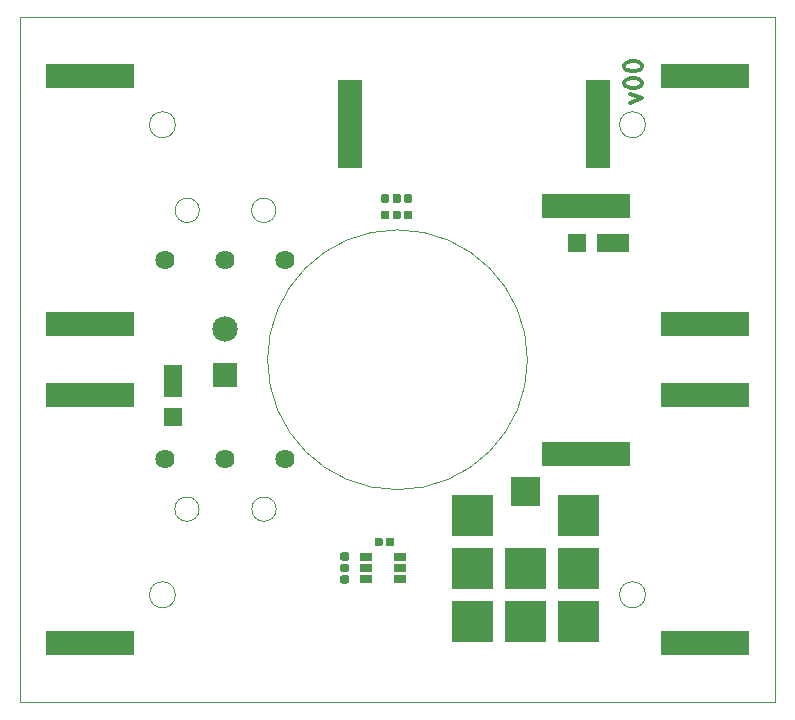
<source format=gbr>
%TF.GenerationSoftware,KiCad,Pcbnew,(5.1.4)-1*%
%TF.CreationDate,2019-10-25T20:54:23-07:00*%
%TF.ProjectId,solarpcd,736f6c61-7270-4636-942e-6b696361645f,rev?*%
%TF.SameCoordinates,Original*%
%TF.FileFunction,Soldermask,Top*%
%TF.FilePolarity,Negative*%
%FSLAX46Y46*%
G04 Gerber Fmt 4.6, Leading zero omitted, Abs format (unit mm)*
G04 Created by KiCad (PCBNEW (5.1.4)-1) date 2019-10-25 20:54:23*
%MOMM*%
%LPD*%
G04 APERTURE LIST*
%ADD10C,0.050000*%
%ADD11C,0.120000*%
%ADD12C,0.100000*%
%ADD13C,0.300000*%
%ADD14C,0.691600*%
%ADD15C,1.625600*%
%ADD16C,2.159000*%
%ADD17R,2.159000X2.159000*%
%ADD18R,1.001600X0.801600*%
%ADD19R,3.301600X3.301600*%
%ADD20R,2.301600X2.301600*%
%ADD21R,7.501600X2.101600*%
%ADD22R,2.101600X7.501600*%
%ADD23R,1.501600X2.801600*%
%ADD24R,1.501600X1.501600*%
%ADD25R,2.801600X1.501600*%
G04 APERTURE END LIST*
D10*
X156000000Y-99000000D02*
G75*
G03X156000000Y-99000000I-11000000J0D01*
G01*
X134727563Y-111650000D02*
G75*
G03X134727563Y-111650000I-1029563J0D01*
G01*
X128202563Y-111650000D02*
G75*
G03X128202563Y-111650000I-1029563J0D01*
G01*
X134704563Y-86350000D02*
G75*
G03X134704563Y-86350000I-1029563J0D01*
G01*
X128229563Y-86350000D02*
G75*
G03X128229563Y-86350000I-1029563J0D01*
G01*
X166000000Y-79100000D02*
G75*
G03X166000000Y-79100000I-1100000J0D01*
G01*
X126200000Y-79100000D02*
G75*
G03X126200000Y-79100000I-1100000J0D01*
G01*
X166000000Y-118900000D02*
G75*
G03X166000000Y-118900000I-1100000J0D01*
G01*
D11*
X126200000Y-118900000D02*
G75*
G03X126200000Y-118900000I-1100000J0D01*
G01*
D12*
X177000000Y-70000000D02*
X113000000Y-70000000D01*
X113000000Y-128000000D02*
X177000000Y-128000000D01*
X177000000Y-128000000D02*
X177000000Y-70000000D01*
X113000000Y-70000000D02*
X113000000Y-128000000D01*
D13*
X164715071Y-77223714D02*
X165715071Y-76866571D01*
X164715071Y-76509428D01*
X164215071Y-75652285D02*
X164215071Y-75509428D01*
X164286500Y-75366571D01*
X164357928Y-75295142D01*
X164500785Y-75223714D01*
X164786500Y-75152285D01*
X165143642Y-75152285D01*
X165429357Y-75223714D01*
X165572214Y-75295142D01*
X165643642Y-75366571D01*
X165715071Y-75509428D01*
X165715071Y-75652285D01*
X165643642Y-75795142D01*
X165572214Y-75866571D01*
X165429357Y-75938000D01*
X165143642Y-76009428D01*
X164786500Y-76009428D01*
X164500785Y-75938000D01*
X164357928Y-75866571D01*
X164286500Y-75795142D01*
X164215071Y-75652285D01*
X164215071Y-74223714D02*
X164215071Y-74080857D01*
X164286500Y-73938000D01*
X164357928Y-73866571D01*
X164500785Y-73795142D01*
X164786500Y-73723714D01*
X165143642Y-73723714D01*
X165429357Y-73795142D01*
X165572214Y-73866571D01*
X165643642Y-73938000D01*
X165715071Y-74080857D01*
X165715071Y-74223714D01*
X165643642Y-74366571D01*
X165572214Y-74438000D01*
X165429357Y-74509428D01*
X165143642Y-74580857D01*
X164786500Y-74580857D01*
X164500785Y-74509428D01*
X164357928Y-74438000D01*
X164286500Y-74366571D01*
X164215071Y-74223714D01*
D12*
G36*
X156996000Y-111330000D02*
G01*
X156996000Y-108930000D01*
X154596000Y-108930000D01*
X154596000Y-111330000D01*
X156996000Y-111330000D01*
G37*
X156996000Y-111330000D02*
X156996000Y-108930000D01*
X154596000Y-108930000D01*
X154596000Y-111330000D01*
X156996000Y-111330000D01*
G36*
X161996000Y-113830000D02*
G01*
X161996000Y-110430000D01*
X158596000Y-110430000D01*
X158596000Y-113830000D01*
X161996000Y-113830000D01*
G37*
X161996000Y-113830000D02*
X161996000Y-110430000D01*
X158596000Y-110430000D01*
X158596000Y-113830000D01*
X161996000Y-113830000D01*
G36*
X152996000Y-113830000D02*
G01*
X152996000Y-110430000D01*
X149596000Y-110430000D01*
X149596000Y-113830000D01*
X152996000Y-113830000D01*
G37*
X152996000Y-113830000D02*
X152996000Y-110430000D01*
X149596000Y-110430000D01*
X149596000Y-113830000D01*
X152996000Y-113830000D01*
G36*
X152996000Y-118330000D02*
G01*
X152996000Y-114930000D01*
X149596000Y-114930000D01*
X149596000Y-118330000D01*
X152996000Y-118330000D01*
G37*
X152996000Y-118330000D02*
X152996000Y-114930000D01*
X149596000Y-114930000D01*
X149596000Y-118330000D01*
X152996000Y-118330000D01*
G36*
X161996000Y-118330000D02*
G01*
X161996000Y-114930000D01*
X158596000Y-114930000D01*
X158596000Y-118330000D01*
X161996000Y-118330000D01*
G37*
X161996000Y-118330000D02*
X161996000Y-114930000D01*
X158596000Y-114930000D01*
X158596000Y-118330000D01*
X161996000Y-118330000D01*
G36*
X152996000Y-122830000D02*
G01*
X152996000Y-119430000D01*
X149596000Y-119430000D01*
X149596000Y-122830000D01*
X152996000Y-122830000D01*
G37*
X152996000Y-122830000D02*
X152996000Y-119430000D01*
X149596000Y-119430000D01*
X149596000Y-122830000D01*
X152996000Y-122830000D01*
G36*
X157496000Y-122830000D02*
G01*
X157496000Y-119430000D01*
X154096000Y-119430000D01*
X154096000Y-122830000D01*
X157496000Y-122830000D01*
G37*
X157496000Y-122830000D02*
X157496000Y-119430000D01*
X154096000Y-119430000D01*
X154096000Y-122830000D01*
X157496000Y-122830000D01*
G36*
X161996000Y-122830000D02*
G01*
X161996000Y-119430000D01*
X158596000Y-119430000D01*
X158596000Y-122830000D01*
X161996000Y-122830000D01*
G37*
X161996000Y-122830000D02*
X161996000Y-119430000D01*
X158596000Y-119430000D01*
X158596000Y-122830000D01*
X161996000Y-122830000D01*
G36*
X157496000Y-118330000D02*
G01*
X157496000Y-114930000D01*
X154096000Y-114930000D01*
X154096000Y-118330000D01*
X157496000Y-118330000D01*
G37*
X157496000Y-118330000D02*
X157496000Y-114930000D01*
X154096000Y-114930000D01*
X154096000Y-118330000D01*
X157496000Y-118330000D01*
G36*
X143595847Y-114057033D02*
G01*
X143612631Y-114059522D01*
X143629090Y-114063645D01*
X143645066Y-114069361D01*
X143660404Y-114076616D01*
X143674958Y-114085339D01*
X143688587Y-114095446D01*
X143701159Y-114106841D01*
X143712554Y-114119413D01*
X143722661Y-114133042D01*
X143731384Y-114147596D01*
X143738639Y-114162934D01*
X143744355Y-114178910D01*
X143748478Y-114195369D01*
X143750967Y-114212153D01*
X143751800Y-114229100D01*
X143751800Y-114624900D01*
X143750967Y-114641847D01*
X143748478Y-114658631D01*
X143744355Y-114675090D01*
X143738639Y-114691066D01*
X143731384Y-114706404D01*
X143722661Y-114720958D01*
X143712554Y-114734587D01*
X143701159Y-114747159D01*
X143688587Y-114758554D01*
X143674958Y-114768661D01*
X143660404Y-114777384D01*
X143645066Y-114784639D01*
X143629090Y-114790355D01*
X143612631Y-114794478D01*
X143595847Y-114796967D01*
X143578900Y-114797800D01*
X143233100Y-114797800D01*
X143216153Y-114796967D01*
X143199369Y-114794478D01*
X143182910Y-114790355D01*
X143166934Y-114784639D01*
X143151596Y-114777384D01*
X143137042Y-114768661D01*
X143123413Y-114758554D01*
X143110841Y-114747159D01*
X143099446Y-114734587D01*
X143089339Y-114720958D01*
X143080616Y-114706404D01*
X143073361Y-114691066D01*
X143067645Y-114675090D01*
X143063522Y-114658631D01*
X143061033Y-114641847D01*
X143060200Y-114624900D01*
X143060200Y-114229100D01*
X143061033Y-114212153D01*
X143063522Y-114195369D01*
X143067645Y-114178910D01*
X143073361Y-114162934D01*
X143080616Y-114147596D01*
X143089339Y-114133042D01*
X143099446Y-114119413D01*
X143110841Y-114106841D01*
X143123413Y-114095446D01*
X143137042Y-114085339D01*
X143151596Y-114076616D01*
X143166934Y-114069361D01*
X143182910Y-114063645D01*
X143199369Y-114059522D01*
X143216153Y-114057033D01*
X143233100Y-114056200D01*
X143578900Y-114056200D01*
X143595847Y-114057033D01*
X143595847Y-114057033D01*
G37*
D14*
X143406000Y-114427000D03*
D12*
G36*
X144565847Y-114057033D02*
G01*
X144582631Y-114059522D01*
X144599090Y-114063645D01*
X144615066Y-114069361D01*
X144630404Y-114076616D01*
X144644958Y-114085339D01*
X144658587Y-114095446D01*
X144671159Y-114106841D01*
X144682554Y-114119413D01*
X144692661Y-114133042D01*
X144701384Y-114147596D01*
X144708639Y-114162934D01*
X144714355Y-114178910D01*
X144718478Y-114195369D01*
X144720967Y-114212153D01*
X144721800Y-114229100D01*
X144721800Y-114624900D01*
X144720967Y-114641847D01*
X144718478Y-114658631D01*
X144714355Y-114675090D01*
X144708639Y-114691066D01*
X144701384Y-114706404D01*
X144692661Y-114720958D01*
X144682554Y-114734587D01*
X144671159Y-114747159D01*
X144658587Y-114758554D01*
X144644958Y-114768661D01*
X144630404Y-114777384D01*
X144615066Y-114784639D01*
X144599090Y-114790355D01*
X144582631Y-114794478D01*
X144565847Y-114796967D01*
X144548900Y-114797800D01*
X144203100Y-114797800D01*
X144186153Y-114796967D01*
X144169369Y-114794478D01*
X144152910Y-114790355D01*
X144136934Y-114784639D01*
X144121596Y-114777384D01*
X144107042Y-114768661D01*
X144093413Y-114758554D01*
X144080841Y-114747159D01*
X144069446Y-114734587D01*
X144059339Y-114720958D01*
X144050616Y-114706404D01*
X144043361Y-114691066D01*
X144037645Y-114675090D01*
X144033522Y-114658631D01*
X144031033Y-114641847D01*
X144030200Y-114624900D01*
X144030200Y-114229100D01*
X144031033Y-114212153D01*
X144033522Y-114195369D01*
X144037645Y-114178910D01*
X144043361Y-114162934D01*
X144050616Y-114147596D01*
X144059339Y-114133042D01*
X144069446Y-114119413D01*
X144080841Y-114106841D01*
X144093413Y-114095446D01*
X144107042Y-114085339D01*
X144121596Y-114076616D01*
X144136934Y-114069361D01*
X144152910Y-114063645D01*
X144169369Y-114059522D01*
X144186153Y-114057033D01*
X144203100Y-114056200D01*
X144548900Y-114056200D01*
X144565847Y-114057033D01*
X144565847Y-114057033D01*
G37*
D14*
X144376000Y-114427000D03*
D15*
X135509000Y-107442000D03*
X130429000Y-107442000D03*
X125349000Y-107442000D03*
X125349000Y-90551000D03*
X130429000Y-90551000D03*
X135509000Y-90551000D03*
D16*
X130429000Y-96398200D03*
D17*
X130429000Y-100253800D03*
D18*
X142314000Y-115699500D03*
X142314000Y-116649500D03*
X142314000Y-117599500D03*
X145214000Y-117599500D03*
X145214000Y-116649500D03*
X145214000Y-115699500D03*
D19*
X151296000Y-112130000D03*
D20*
X155796000Y-110130000D03*
D19*
X160296000Y-112130000D03*
X151296000Y-116630000D03*
X155796000Y-116630000D03*
X160296000Y-116630000D03*
X151296000Y-121130000D03*
X155796000Y-121130000D03*
X160296000Y-121130000D03*
D21*
X119000000Y-96000000D03*
X119000000Y-75000000D03*
X171000000Y-102000000D03*
X171000000Y-123000000D03*
D22*
X162000000Y-79000000D03*
X141000000Y-79000000D03*
D21*
X161000000Y-107000000D03*
X161000000Y-86000000D03*
X119000000Y-102000000D03*
X119000000Y-123000000D03*
X171000000Y-96000000D03*
X171000000Y-75000000D03*
D23*
X126000000Y-100800000D03*
D24*
X126000000Y-103850000D03*
D25*
X163252000Y-89154000D03*
D24*
X160202000Y-89154000D03*
D12*
G36*
X145119847Y-84974033D02*
G01*
X145136631Y-84976522D01*
X145153090Y-84980645D01*
X145169066Y-84986361D01*
X145184404Y-84993616D01*
X145198958Y-85002339D01*
X145212587Y-85012446D01*
X145225159Y-85023841D01*
X145236554Y-85036413D01*
X145246661Y-85050042D01*
X145255384Y-85064596D01*
X145262639Y-85079934D01*
X145268355Y-85095910D01*
X145272478Y-85112369D01*
X145274967Y-85129153D01*
X145275800Y-85146100D01*
X145275800Y-85541900D01*
X145274967Y-85558847D01*
X145272478Y-85575631D01*
X145268355Y-85592090D01*
X145262639Y-85608066D01*
X145255384Y-85623404D01*
X145246661Y-85637958D01*
X145236554Y-85651587D01*
X145225159Y-85664159D01*
X145212587Y-85675554D01*
X145198958Y-85685661D01*
X145184404Y-85694384D01*
X145169066Y-85701639D01*
X145153090Y-85707355D01*
X145136631Y-85711478D01*
X145119847Y-85713967D01*
X145102900Y-85714800D01*
X144757100Y-85714800D01*
X144740153Y-85713967D01*
X144723369Y-85711478D01*
X144706910Y-85707355D01*
X144690934Y-85701639D01*
X144675596Y-85694384D01*
X144661042Y-85685661D01*
X144647413Y-85675554D01*
X144634841Y-85664159D01*
X144623446Y-85651587D01*
X144613339Y-85637958D01*
X144604616Y-85623404D01*
X144597361Y-85608066D01*
X144591645Y-85592090D01*
X144587522Y-85575631D01*
X144585033Y-85558847D01*
X144584200Y-85541900D01*
X144584200Y-85146100D01*
X144585033Y-85129153D01*
X144587522Y-85112369D01*
X144591645Y-85095910D01*
X144597361Y-85079934D01*
X144604616Y-85064596D01*
X144613339Y-85050042D01*
X144623446Y-85036413D01*
X144634841Y-85023841D01*
X144647413Y-85012446D01*
X144661042Y-85002339D01*
X144675596Y-84993616D01*
X144690934Y-84986361D01*
X144706910Y-84980645D01*
X144723369Y-84976522D01*
X144740153Y-84974033D01*
X144757100Y-84973200D01*
X145102900Y-84973200D01*
X145119847Y-84974033D01*
X145119847Y-84974033D01*
G37*
D14*
X144930000Y-85344000D03*
D12*
G36*
X146089847Y-84974033D02*
G01*
X146106631Y-84976522D01*
X146123090Y-84980645D01*
X146139066Y-84986361D01*
X146154404Y-84993616D01*
X146168958Y-85002339D01*
X146182587Y-85012446D01*
X146195159Y-85023841D01*
X146206554Y-85036413D01*
X146216661Y-85050042D01*
X146225384Y-85064596D01*
X146232639Y-85079934D01*
X146238355Y-85095910D01*
X146242478Y-85112369D01*
X146244967Y-85129153D01*
X146245800Y-85146100D01*
X146245800Y-85541900D01*
X146244967Y-85558847D01*
X146242478Y-85575631D01*
X146238355Y-85592090D01*
X146232639Y-85608066D01*
X146225384Y-85623404D01*
X146216661Y-85637958D01*
X146206554Y-85651587D01*
X146195159Y-85664159D01*
X146182587Y-85675554D01*
X146168958Y-85685661D01*
X146154404Y-85694384D01*
X146139066Y-85701639D01*
X146123090Y-85707355D01*
X146106631Y-85711478D01*
X146089847Y-85713967D01*
X146072900Y-85714800D01*
X145727100Y-85714800D01*
X145710153Y-85713967D01*
X145693369Y-85711478D01*
X145676910Y-85707355D01*
X145660934Y-85701639D01*
X145645596Y-85694384D01*
X145631042Y-85685661D01*
X145617413Y-85675554D01*
X145604841Y-85664159D01*
X145593446Y-85651587D01*
X145583339Y-85637958D01*
X145574616Y-85623404D01*
X145567361Y-85608066D01*
X145561645Y-85592090D01*
X145557522Y-85575631D01*
X145555033Y-85558847D01*
X145554200Y-85541900D01*
X145554200Y-85146100D01*
X145555033Y-85129153D01*
X145557522Y-85112369D01*
X145561645Y-85095910D01*
X145567361Y-85079934D01*
X145574616Y-85064596D01*
X145583339Y-85050042D01*
X145593446Y-85036413D01*
X145604841Y-85023841D01*
X145617413Y-85012446D01*
X145631042Y-85002339D01*
X145645596Y-84993616D01*
X145660934Y-84986361D01*
X145676910Y-84980645D01*
X145693369Y-84976522D01*
X145710153Y-84974033D01*
X145727100Y-84973200D01*
X146072900Y-84973200D01*
X146089847Y-84974033D01*
X146089847Y-84974033D01*
G37*
D14*
X145900000Y-85344000D03*
D12*
G36*
X144149567Y-84974033D02*
G01*
X144166351Y-84976522D01*
X144182810Y-84980645D01*
X144198786Y-84986361D01*
X144214124Y-84993616D01*
X144228678Y-85002339D01*
X144242307Y-85012446D01*
X144254879Y-85023841D01*
X144266274Y-85036413D01*
X144276381Y-85050042D01*
X144285104Y-85064596D01*
X144292359Y-85079934D01*
X144298075Y-85095910D01*
X144302198Y-85112369D01*
X144304687Y-85129153D01*
X144305520Y-85146100D01*
X144305520Y-85541900D01*
X144304687Y-85558847D01*
X144302198Y-85575631D01*
X144298075Y-85592090D01*
X144292359Y-85608066D01*
X144285104Y-85623404D01*
X144276381Y-85637958D01*
X144266274Y-85651587D01*
X144254879Y-85664159D01*
X144242307Y-85675554D01*
X144228678Y-85685661D01*
X144214124Y-85694384D01*
X144198786Y-85701639D01*
X144182810Y-85707355D01*
X144166351Y-85711478D01*
X144149567Y-85713967D01*
X144132620Y-85714800D01*
X143786820Y-85714800D01*
X143769873Y-85713967D01*
X143753089Y-85711478D01*
X143736630Y-85707355D01*
X143720654Y-85701639D01*
X143705316Y-85694384D01*
X143690762Y-85685661D01*
X143677133Y-85675554D01*
X143664561Y-85664159D01*
X143653166Y-85651587D01*
X143643059Y-85637958D01*
X143634336Y-85623404D01*
X143627081Y-85608066D01*
X143621365Y-85592090D01*
X143617242Y-85575631D01*
X143614753Y-85558847D01*
X143613920Y-85541900D01*
X143613920Y-85146100D01*
X143614753Y-85129153D01*
X143617242Y-85112369D01*
X143621365Y-85095910D01*
X143627081Y-85079934D01*
X143634336Y-85064596D01*
X143643059Y-85050042D01*
X143653166Y-85036413D01*
X143664561Y-85023841D01*
X143677133Y-85012446D01*
X143690762Y-85002339D01*
X143705316Y-84993616D01*
X143720654Y-84986361D01*
X143736630Y-84980645D01*
X143753089Y-84976522D01*
X143769873Y-84974033D01*
X143786820Y-84973200D01*
X144132620Y-84973200D01*
X144149567Y-84974033D01*
X144149567Y-84974033D01*
G37*
D14*
X143959720Y-85344000D03*
D12*
G36*
X145119567Y-84974033D02*
G01*
X145136351Y-84976522D01*
X145152810Y-84980645D01*
X145168786Y-84986361D01*
X145184124Y-84993616D01*
X145198678Y-85002339D01*
X145212307Y-85012446D01*
X145224879Y-85023841D01*
X145236274Y-85036413D01*
X145246381Y-85050042D01*
X145255104Y-85064596D01*
X145262359Y-85079934D01*
X145268075Y-85095910D01*
X145272198Y-85112369D01*
X145274687Y-85129153D01*
X145275520Y-85146100D01*
X145275520Y-85541900D01*
X145274687Y-85558847D01*
X145272198Y-85575631D01*
X145268075Y-85592090D01*
X145262359Y-85608066D01*
X145255104Y-85623404D01*
X145246381Y-85637958D01*
X145236274Y-85651587D01*
X145224879Y-85664159D01*
X145212307Y-85675554D01*
X145198678Y-85685661D01*
X145184124Y-85694384D01*
X145168786Y-85701639D01*
X145152810Y-85707355D01*
X145136351Y-85711478D01*
X145119567Y-85713967D01*
X145102620Y-85714800D01*
X144756820Y-85714800D01*
X144739873Y-85713967D01*
X144723089Y-85711478D01*
X144706630Y-85707355D01*
X144690654Y-85701639D01*
X144675316Y-85694384D01*
X144660762Y-85685661D01*
X144647133Y-85675554D01*
X144634561Y-85664159D01*
X144623166Y-85651587D01*
X144613059Y-85637958D01*
X144604336Y-85623404D01*
X144597081Y-85608066D01*
X144591365Y-85592090D01*
X144587242Y-85575631D01*
X144584753Y-85558847D01*
X144583920Y-85541900D01*
X144583920Y-85146100D01*
X144584753Y-85129153D01*
X144587242Y-85112369D01*
X144591365Y-85095910D01*
X144597081Y-85079934D01*
X144604336Y-85064596D01*
X144613059Y-85050042D01*
X144623166Y-85036413D01*
X144634561Y-85023841D01*
X144647133Y-85012446D01*
X144660762Y-85002339D01*
X144675316Y-84993616D01*
X144690654Y-84986361D01*
X144706630Y-84980645D01*
X144723089Y-84976522D01*
X144739873Y-84974033D01*
X144756820Y-84973200D01*
X145102620Y-84973200D01*
X145119567Y-84974033D01*
X145119567Y-84974033D01*
G37*
D14*
X144929720Y-85344000D03*
D12*
G36*
X145119847Y-86371033D02*
G01*
X145136631Y-86373522D01*
X145153090Y-86377645D01*
X145169066Y-86383361D01*
X145184404Y-86390616D01*
X145198958Y-86399339D01*
X145212587Y-86409446D01*
X145225159Y-86420841D01*
X145236554Y-86433413D01*
X145246661Y-86447042D01*
X145255384Y-86461596D01*
X145262639Y-86476934D01*
X145268355Y-86492910D01*
X145272478Y-86509369D01*
X145274967Y-86526153D01*
X145275800Y-86543100D01*
X145275800Y-86938900D01*
X145274967Y-86955847D01*
X145272478Y-86972631D01*
X145268355Y-86989090D01*
X145262639Y-87005066D01*
X145255384Y-87020404D01*
X145246661Y-87034958D01*
X145236554Y-87048587D01*
X145225159Y-87061159D01*
X145212587Y-87072554D01*
X145198958Y-87082661D01*
X145184404Y-87091384D01*
X145169066Y-87098639D01*
X145153090Y-87104355D01*
X145136631Y-87108478D01*
X145119847Y-87110967D01*
X145102900Y-87111800D01*
X144757100Y-87111800D01*
X144740153Y-87110967D01*
X144723369Y-87108478D01*
X144706910Y-87104355D01*
X144690934Y-87098639D01*
X144675596Y-87091384D01*
X144661042Y-87082661D01*
X144647413Y-87072554D01*
X144634841Y-87061159D01*
X144623446Y-87048587D01*
X144613339Y-87034958D01*
X144604616Y-87020404D01*
X144597361Y-87005066D01*
X144591645Y-86989090D01*
X144587522Y-86972631D01*
X144585033Y-86955847D01*
X144584200Y-86938900D01*
X144584200Y-86543100D01*
X144585033Y-86526153D01*
X144587522Y-86509369D01*
X144591645Y-86492910D01*
X144597361Y-86476934D01*
X144604616Y-86461596D01*
X144613339Y-86447042D01*
X144623446Y-86433413D01*
X144634841Y-86420841D01*
X144647413Y-86409446D01*
X144661042Y-86399339D01*
X144675596Y-86390616D01*
X144690934Y-86383361D01*
X144706910Y-86377645D01*
X144723369Y-86373522D01*
X144740153Y-86371033D01*
X144757100Y-86370200D01*
X145102900Y-86370200D01*
X145119847Y-86371033D01*
X145119847Y-86371033D01*
G37*
D14*
X144930000Y-86741000D03*
D12*
G36*
X146089847Y-86371033D02*
G01*
X146106631Y-86373522D01*
X146123090Y-86377645D01*
X146139066Y-86383361D01*
X146154404Y-86390616D01*
X146168958Y-86399339D01*
X146182587Y-86409446D01*
X146195159Y-86420841D01*
X146206554Y-86433413D01*
X146216661Y-86447042D01*
X146225384Y-86461596D01*
X146232639Y-86476934D01*
X146238355Y-86492910D01*
X146242478Y-86509369D01*
X146244967Y-86526153D01*
X146245800Y-86543100D01*
X146245800Y-86938900D01*
X146244967Y-86955847D01*
X146242478Y-86972631D01*
X146238355Y-86989090D01*
X146232639Y-87005066D01*
X146225384Y-87020404D01*
X146216661Y-87034958D01*
X146206554Y-87048587D01*
X146195159Y-87061159D01*
X146182587Y-87072554D01*
X146168958Y-87082661D01*
X146154404Y-87091384D01*
X146139066Y-87098639D01*
X146123090Y-87104355D01*
X146106631Y-87108478D01*
X146089847Y-87110967D01*
X146072900Y-87111800D01*
X145727100Y-87111800D01*
X145710153Y-87110967D01*
X145693369Y-87108478D01*
X145676910Y-87104355D01*
X145660934Y-87098639D01*
X145645596Y-87091384D01*
X145631042Y-87082661D01*
X145617413Y-87072554D01*
X145604841Y-87061159D01*
X145593446Y-87048587D01*
X145583339Y-87034958D01*
X145574616Y-87020404D01*
X145567361Y-87005066D01*
X145561645Y-86989090D01*
X145557522Y-86972631D01*
X145555033Y-86955847D01*
X145554200Y-86938900D01*
X145554200Y-86543100D01*
X145555033Y-86526153D01*
X145557522Y-86509369D01*
X145561645Y-86492910D01*
X145567361Y-86476934D01*
X145574616Y-86461596D01*
X145583339Y-86447042D01*
X145593446Y-86433413D01*
X145604841Y-86420841D01*
X145617413Y-86409446D01*
X145631042Y-86399339D01*
X145645596Y-86390616D01*
X145660934Y-86383361D01*
X145676910Y-86377645D01*
X145693369Y-86373522D01*
X145710153Y-86371033D01*
X145727100Y-86370200D01*
X146072900Y-86370200D01*
X146089847Y-86371033D01*
X146089847Y-86371033D01*
G37*
D14*
X145900000Y-86741000D03*
D12*
G36*
X144149567Y-86371033D02*
G01*
X144166351Y-86373522D01*
X144182810Y-86377645D01*
X144198786Y-86383361D01*
X144214124Y-86390616D01*
X144228678Y-86399339D01*
X144242307Y-86409446D01*
X144254879Y-86420841D01*
X144266274Y-86433413D01*
X144276381Y-86447042D01*
X144285104Y-86461596D01*
X144292359Y-86476934D01*
X144298075Y-86492910D01*
X144302198Y-86509369D01*
X144304687Y-86526153D01*
X144305520Y-86543100D01*
X144305520Y-86938900D01*
X144304687Y-86955847D01*
X144302198Y-86972631D01*
X144298075Y-86989090D01*
X144292359Y-87005066D01*
X144285104Y-87020404D01*
X144276381Y-87034958D01*
X144266274Y-87048587D01*
X144254879Y-87061159D01*
X144242307Y-87072554D01*
X144228678Y-87082661D01*
X144214124Y-87091384D01*
X144198786Y-87098639D01*
X144182810Y-87104355D01*
X144166351Y-87108478D01*
X144149567Y-87110967D01*
X144132620Y-87111800D01*
X143786820Y-87111800D01*
X143769873Y-87110967D01*
X143753089Y-87108478D01*
X143736630Y-87104355D01*
X143720654Y-87098639D01*
X143705316Y-87091384D01*
X143690762Y-87082661D01*
X143677133Y-87072554D01*
X143664561Y-87061159D01*
X143653166Y-87048587D01*
X143643059Y-87034958D01*
X143634336Y-87020404D01*
X143627081Y-87005066D01*
X143621365Y-86989090D01*
X143617242Y-86972631D01*
X143614753Y-86955847D01*
X143613920Y-86938900D01*
X143613920Y-86543100D01*
X143614753Y-86526153D01*
X143617242Y-86509369D01*
X143621365Y-86492910D01*
X143627081Y-86476934D01*
X143634336Y-86461596D01*
X143643059Y-86447042D01*
X143653166Y-86433413D01*
X143664561Y-86420841D01*
X143677133Y-86409446D01*
X143690762Y-86399339D01*
X143705316Y-86390616D01*
X143720654Y-86383361D01*
X143736630Y-86377645D01*
X143753089Y-86373522D01*
X143769873Y-86371033D01*
X143786820Y-86370200D01*
X144132620Y-86370200D01*
X144149567Y-86371033D01*
X144149567Y-86371033D01*
G37*
D14*
X143959720Y-86741000D03*
D12*
G36*
X145119567Y-86371033D02*
G01*
X145136351Y-86373522D01*
X145152810Y-86377645D01*
X145168786Y-86383361D01*
X145184124Y-86390616D01*
X145198678Y-86399339D01*
X145212307Y-86409446D01*
X145224879Y-86420841D01*
X145236274Y-86433413D01*
X145246381Y-86447042D01*
X145255104Y-86461596D01*
X145262359Y-86476934D01*
X145268075Y-86492910D01*
X145272198Y-86509369D01*
X145274687Y-86526153D01*
X145275520Y-86543100D01*
X145275520Y-86938900D01*
X145274687Y-86955847D01*
X145272198Y-86972631D01*
X145268075Y-86989090D01*
X145262359Y-87005066D01*
X145255104Y-87020404D01*
X145246381Y-87034958D01*
X145236274Y-87048587D01*
X145224879Y-87061159D01*
X145212307Y-87072554D01*
X145198678Y-87082661D01*
X145184124Y-87091384D01*
X145168786Y-87098639D01*
X145152810Y-87104355D01*
X145136351Y-87108478D01*
X145119567Y-87110967D01*
X145102620Y-87111800D01*
X144756820Y-87111800D01*
X144739873Y-87110967D01*
X144723089Y-87108478D01*
X144706630Y-87104355D01*
X144690654Y-87098639D01*
X144675316Y-87091384D01*
X144660762Y-87082661D01*
X144647133Y-87072554D01*
X144634561Y-87061159D01*
X144623166Y-87048587D01*
X144613059Y-87034958D01*
X144604336Y-87020404D01*
X144597081Y-87005066D01*
X144591365Y-86989090D01*
X144587242Y-86972631D01*
X144584753Y-86955847D01*
X144583920Y-86938900D01*
X144583920Y-86543100D01*
X144584753Y-86526153D01*
X144587242Y-86509369D01*
X144591365Y-86492910D01*
X144597081Y-86476934D01*
X144604336Y-86461596D01*
X144613059Y-86447042D01*
X144623166Y-86433413D01*
X144634561Y-86420841D01*
X144647133Y-86409446D01*
X144660762Y-86399339D01*
X144675316Y-86390616D01*
X144690654Y-86383361D01*
X144706630Y-86377645D01*
X144723089Y-86373522D01*
X144739873Y-86371033D01*
X144756820Y-86370200D01*
X145102620Y-86370200D01*
X145119567Y-86371033D01*
X145119567Y-86371033D01*
G37*
D14*
X144929720Y-86741000D03*
D12*
G36*
X140740347Y-116287033D02*
G01*
X140757131Y-116289522D01*
X140773590Y-116293645D01*
X140789566Y-116299361D01*
X140804904Y-116306616D01*
X140819458Y-116315339D01*
X140833087Y-116325446D01*
X140845659Y-116336841D01*
X140857054Y-116349413D01*
X140867161Y-116363042D01*
X140875884Y-116377596D01*
X140883139Y-116392934D01*
X140888855Y-116408910D01*
X140892978Y-116425369D01*
X140895467Y-116442153D01*
X140896300Y-116459100D01*
X140896300Y-116804900D01*
X140895467Y-116821847D01*
X140892978Y-116838631D01*
X140888855Y-116855090D01*
X140883139Y-116871066D01*
X140875884Y-116886404D01*
X140867161Y-116900958D01*
X140857054Y-116914587D01*
X140845659Y-116927159D01*
X140833087Y-116938554D01*
X140819458Y-116948661D01*
X140804904Y-116957384D01*
X140789566Y-116964639D01*
X140773590Y-116970355D01*
X140757131Y-116974478D01*
X140740347Y-116976967D01*
X140723400Y-116977800D01*
X140327600Y-116977800D01*
X140310653Y-116976967D01*
X140293869Y-116974478D01*
X140277410Y-116970355D01*
X140261434Y-116964639D01*
X140246096Y-116957384D01*
X140231542Y-116948661D01*
X140217913Y-116938554D01*
X140205341Y-116927159D01*
X140193946Y-116914587D01*
X140183839Y-116900958D01*
X140175116Y-116886404D01*
X140167861Y-116871066D01*
X140162145Y-116855090D01*
X140158022Y-116838631D01*
X140155533Y-116821847D01*
X140154700Y-116804900D01*
X140154700Y-116459100D01*
X140155533Y-116442153D01*
X140158022Y-116425369D01*
X140162145Y-116408910D01*
X140167861Y-116392934D01*
X140175116Y-116377596D01*
X140183839Y-116363042D01*
X140193946Y-116349413D01*
X140205341Y-116336841D01*
X140217913Y-116325446D01*
X140231542Y-116315339D01*
X140246096Y-116306616D01*
X140261434Y-116299361D01*
X140277410Y-116293645D01*
X140293869Y-116289522D01*
X140310653Y-116287033D01*
X140327600Y-116286200D01*
X140723400Y-116286200D01*
X140740347Y-116287033D01*
X140740347Y-116287033D01*
G37*
D14*
X140525500Y-116632000D03*
D12*
G36*
X140740347Y-117257033D02*
G01*
X140757131Y-117259522D01*
X140773590Y-117263645D01*
X140789566Y-117269361D01*
X140804904Y-117276616D01*
X140819458Y-117285339D01*
X140833087Y-117295446D01*
X140845659Y-117306841D01*
X140857054Y-117319413D01*
X140867161Y-117333042D01*
X140875884Y-117347596D01*
X140883139Y-117362934D01*
X140888855Y-117378910D01*
X140892978Y-117395369D01*
X140895467Y-117412153D01*
X140896300Y-117429100D01*
X140896300Y-117774900D01*
X140895467Y-117791847D01*
X140892978Y-117808631D01*
X140888855Y-117825090D01*
X140883139Y-117841066D01*
X140875884Y-117856404D01*
X140867161Y-117870958D01*
X140857054Y-117884587D01*
X140845659Y-117897159D01*
X140833087Y-117908554D01*
X140819458Y-117918661D01*
X140804904Y-117927384D01*
X140789566Y-117934639D01*
X140773590Y-117940355D01*
X140757131Y-117944478D01*
X140740347Y-117946967D01*
X140723400Y-117947800D01*
X140327600Y-117947800D01*
X140310653Y-117946967D01*
X140293869Y-117944478D01*
X140277410Y-117940355D01*
X140261434Y-117934639D01*
X140246096Y-117927384D01*
X140231542Y-117918661D01*
X140217913Y-117908554D01*
X140205341Y-117897159D01*
X140193946Y-117884587D01*
X140183839Y-117870958D01*
X140175116Y-117856404D01*
X140167861Y-117841066D01*
X140162145Y-117825090D01*
X140158022Y-117808631D01*
X140155533Y-117791847D01*
X140154700Y-117774900D01*
X140154700Y-117429100D01*
X140155533Y-117412153D01*
X140158022Y-117395369D01*
X140162145Y-117378910D01*
X140167861Y-117362934D01*
X140175116Y-117347596D01*
X140183839Y-117333042D01*
X140193946Y-117319413D01*
X140205341Y-117306841D01*
X140217913Y-117295446D01*
X140231542Y-117285339D01*
X140246096Y-117276616D01*
X140261434Y-117269361D01*
X140277410Y-117263645D01*
X140293869Y-117259522D01*
X140310653Y-117257033D01*
X140327600Y-117256200D01*
X140723400Y-117256200D01*
X140740347Y-117257033D01*
X140740347Y-117257033D01*
G37*
D14*
X140525500Y-117602000D03*
D12*
G36*
X140740347Y-115311533D02*
G01*
X140757131Y-115314022D01*
X140773590Y-115318145D01*
X140789566Y-115323861D01*
X140804904Y-115331116D01*
X140819458Y-115339839D01*
X140833087Y-115349946D01*
X140845659Y-115361341D01*
X140857054Y-115373913D01*
X140867161Y-115387542D01*
X140875884Y-115402096D01*
X140883139Y-115417434D01*
X140888855Y-115433410D01*
X140892978Y-115449869D01*
X140895467Y-115466653D01*
X140896300Y-115483600D01*
X140896300Y-115829400D01*
X140895467Y-115846347D01*
X140892978Y-115863131D01*
X140888855Y-115879590D01*
X140883139Y-115895566D01*
X140875884Y-115910904D01*
X140867161Y-115925458D01*
X140857054Y-115939087D01*
X140845659Y-115951659D01*
X140833087Y-115963054D01*
X140819458Y-115973161D01*
X140804904Y-115981884D01*
X140789566Y-115989139D01*
X140773590Y-115994855D01*
X140757131Y-115998978D01*
X140740347Y-116001467D01*
X140723400Y-116002300D01*
X140327600Y-116002300D01*
X140310653Y-116001467D01*
X140293869Y-115998978D01*
X140277410Y-115994855D01*
X140261434Y-115989139D01*
X140246096Y-115981884D01*
X140231542Y-115973161D01*
X140217913Y-115963054D01*
X140205341Y-115951659D01*
X140193946Y-115939087D01*
X140183839Y-115925458D01*
X140175116Y-115910904D01*
X140167861Y-115895566D01*
X140162145Y-115879590D01*
X140158022Y-115863131D01*
X140155533Y-115846347D01*
X140154700Y-115829400D01*
X140154700Y-115483600D01*
X140155533Y-115466653D01*
X140158022Y-115449869D01*
X140162145Y-115433410D01*
X140167861Y-115417434D01*
X140175116Y-115402096D01*
X140183839Y-115387542D01*
X140193946Y-115373913D01*
X140205341Y-115361341D01*
X140217913Y-115349946D01*
X140231542Y-115339839D01*
X140246096Y-115331116D01*
X140261434Y-115323861D01*
X140277410Y-115318145D01*
X140293869Y-115314022D01*
X140310653Y-115311533D01*
X140327600Y-115310700D01*
X140723400Y-115310700D01*
X140740347Y-115311533D01*
X140740347Y-115311533D01*
G37*
D14*
X140525500Y-115656500D03*
D12*
G36*
X140740347Y-116281533D02*
G01*
X140757131Y-116284022D01*
X140773590Y-116288145D01*
X140789566Y-116293861D01*
X140804904Y-116301116D01*
X140819458Y-116309839D01*
X140833087Y-116319946D01*
X140845659Y-116331341D01*
X140857054Y-116343913D01*
X140867161Y-116357542D01*
X140875884Y-116372096D01*
X140883139Y-116387434D01*
X140888855Y-116403410D01*
X140892978Y-116419869D01*
X140895467Y-116436653D01*
X140896300Y-116453600D01*
X140896300Y-116799400D01*
X140895467Y-116816347D01*
X140892978Y-116833131D01*
X140888855Y-116849590D01*
X140883139Y-116865566D01*
X140875884Y-116880904D01*
X140867161Y-116895458D01*
X140857054Y-116909087D01*
X140845659Y-116921659D01*
X140833087Y-116933054D01*
X140819458Y-116943161D01*
X140804904Y-116951884D01*
X140789566Y-116959139D01*
X140773590Y-116964855D01*
X140757131Y-116968978D01*
X140740347Y-116971467D01*
X140723400Y-116972300D01*
X140327600Y-116972300D01*
X140310653Y-116971467D01*
X140293869Y-116968978D01*
X140277410Y-116964855D01*
X140261434Y-116959139D01*
X140246096Y-116951884D01*
X140231542Y-116943161D01*
X140217913Y-116933054D01*
X140205341Y-116921659D01*
X140193946Y-116909087D01*
X140183839Y-116895458D01*
X140175116Y-116880904D01*
X140167861Y-116865566D01*
X140162145Y-116849590D01*
X140158022Y-116833131D01*
X140155533Y-116816347D01*
X140154700Y-116799400D01*
X140154700Y-116453600D01*
X140155533Y-116436653D01*
X140158022Y-116419869D01*
X140162145Y-116403410D01*
X140167861Y-116387434D01*
X140175116Y-116372096D01*
X140183839Y-116357542D01*
X140193946Y-116343913D01*
X140205341Y-116331341D01*
X140217913Y-116319946D01*
X140231542Y-116309839D01*
X140246096Y-116301116D01*
X140261434Y-116293861D01*
X140277410Y-116288145D01*
X140293869Y-116284022D01*
X140310653Y-116281533D01*
X140327600Y-116280700D01*
X140723400Y-116280700D01*
X140740347Y-116281533D01*
X140740347Y-116281533D01*
G37*
D14*
X140525500Y-116626500D03*
M02*

</source>
